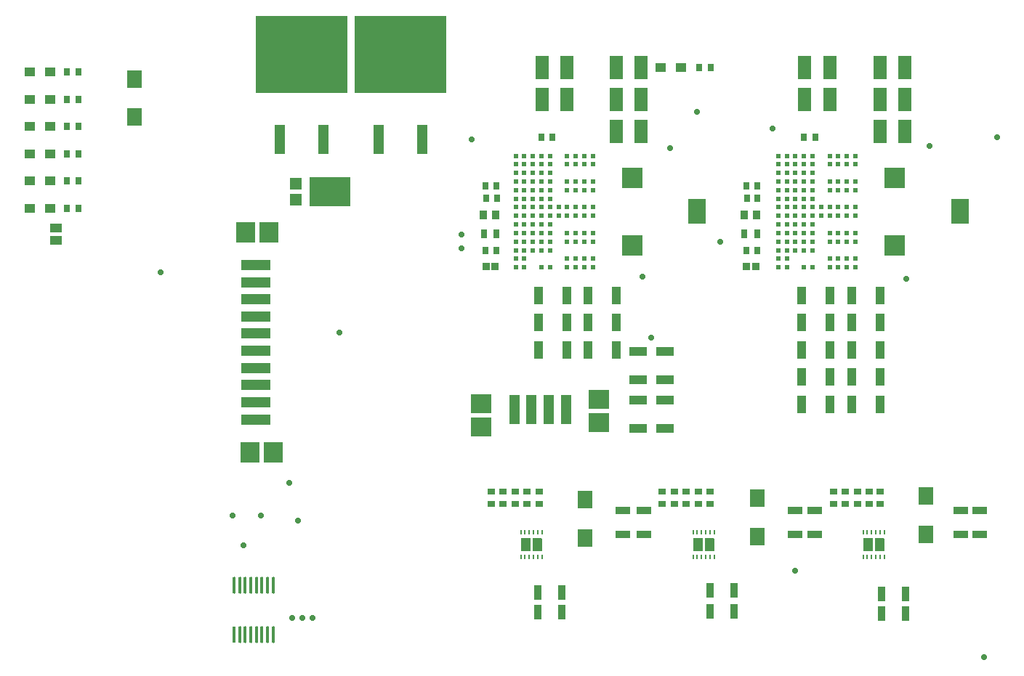
<source format=gbr>
%TF.GenerationSoftware,Altium Limited,Altium Designer,23.5.1 (21)*%
G04 Layer_Color=8421504*
%FSLAX45Y45*%
%MOMM*%
%TF.SameCoordinates,7A350176-D2D4-4FA0-928D-7306E9DA7793*%
%TF.FilePolarity,Positive*%
%TF.FileFunction,Paste,Top*%
%TF.Part,Single*%
G01*
G75*
%TA.AperFunction,SMDPad,CuDef*%
%ADD10R,0.25000X0.53000*%
%ADD12C,0.71120*%
%ADD13R,1.25000X3.50000*%
%ADD14R,0.42077X1.95543*%
G04:AMPARAMS|DCode=15|XSize=1.95543mm|YSize=0.42077mm|CornerRadius=0.21038mm|HoleSize=0mm|Usage=FLASHONLY|Rotation=90.000|XOffset=0mm|YOffset=0mm|HoleType=Round|Shape=RoundedRectangle|*
%AMROUNDEDRECTD15*
21,1,1.95543,0.00000,0,0,90.0*
21,1,1.53467,0.42077,0,0,90.0*
1,1,0.42077,0.00000,0.76733*
1,1,0.42077,0.00000,-0.76733*
1,1,0.42077,0.00000,-0.76733*
1,1,0.42077,0.00000,0.76733*
%
%ADD15ROUNDEDRECTD15*%
%ADD16R,0.70000X0.90000*%
%ADD17R,1.25000X1.10000*%
%ADD18R,0.93108X0.81213*%
%ADD19R,0.80000X0.95000*%
%ADD20R,0.80000X1.00000*%
%ADD21R,0.95000X1.05000*%
%ADD22R,0.75000X0.85000*%
%ADD23R,1.50273X2.80415*%
%ADD24R,2.05000X1.10000*%
%ADD25R,1.10000X2.05000*%
%ADD26R,2.40000X2.40000*%
%ADD27R,2.00000X2.90000*%
%TA.AperFunction,BGAPad,CuDef*%
%ADD28R,0.55000X0.55000*%
%TA.AperFunction,SMDPad,CuDef*%
%ADD29R,1.70000X0.95000*%
%ADD30R,3.50000X1.25000*%
%ADD31R,1.25700X3.42900*%
%ADD32R,10.66800X9.01700*%
%ADD33R,1.80000X2.00000*%
%ADD34R,1.40000X1.10000*%
%TA.AperFunction,TestPad*%
%ADD35R,1.40000X1.39000*%
%TA.AperFunction,SMDPad,CuDef*%
%ADD36R,0.90000X0.70000*%
%ADD37R,0.95000X1.70000*%
%ADD38R,1.40000X1.39000*%
%ADD39R,4.86000X3.36000*%
%ADD40R,1.80000X2.10000*%
%TA.AperFunction,NonConductor*%
%ADD144R,2.45000X2.28000*%
%ADD145R,2.45000X2.28000*%
%ADD146R,2.28000X2.45000*%
G36*
X12456984Y7583105D02*
X12457950Y7583200D01*
X12558050D01*
X12559016Y7583105D01*
X12559944Y7582823D01*
X12560800Y7582366D01*
X12561550Y7581750D01*
X12562166Y7581000D01*
X12562623Y7580144D01*
X12562905Y7579216D01*
X12563000Y7578250D01*
Y7433150D01*
X12562905Y7432184D01*
X12562623Y7431256D01*
X12562166Y7430400D01*
X12561550Y7429650D01*
X12560800Y7429034D01*
X12559944Y7428577D01*
X12559016Y7428295D01*
X12558050Y7428200D01*
X12457950D01*
X12456984Y7428295D01*
X12456056Y7428577D01*
X12455200Y7429034D01*
X12454450Y7429650D01*
X12453834Y7430400D01*
X12453377Y7431256D01*
X12453095Y7432184D01*
X12453000Y7433150D01*
Y7578250D01*
X12453095Y7579216D01*
X12453377Y7580144D01*
X12453834Y7581000D01*
X12454450Y7581750D01*
X12455200Y7582366D01*
X12456056Y7582823D01*
X12456984Y7583105D01*
D02*
G37*
G36*
X12586984D02*
X12587950Y7583200D01*
X12688050D01*
X12689016Y7583105D01*
X12689944Y7582823D01*
X12690800Y7582366D01*
X12691550Y7581750D01*
X12692166Y7581000D01*
X12692623Y7580144D01*
X12692905Y7579216D01*
X12693000Y7578250D01*
Y7433150D01*
X12692905Y7432184D01*
X12692623Y7431256D01*
X12692166Y7430400D01*
X12691550Y7429650D01*
X12690800Y7429034D01*
X12689944Y7428577D01*
X12689016Y7428295D01*
X12688050Y7428200D01*
X12587950D01*
X12586984Y7428295D01*
X12586056Y7428577D01*
X12585200Y7429034D01*
X12584450Y7429650D01*
X12583834Y7430400D01*
X12583377Y7431256D01*
X12583095Y7432184D01*
X12583000Y7433150D01*
Y7578250D01*
X12583095Y7579216D01*
X12583377Y7580144D01*
X12583834Y7581000D01*
X12584450Y7581750D01*
X12585200Y7582366D01*
X12586056Y7582823D01*
X12586984Y7583105D01*
D02*
G37*
G36*
X14463583D02*
X14464549Y7583200D01*
X14564650D01*
X14565616Y7583105D01*
X14566544Y7582823D01*
X14567400Y7582366D01*
X14568150Y7581750D01*
X14568765Y7581000D01*
X14569223Y7580144D01*
X14569505Y7579216D01*
X14569600Y7578250D01*
Y7433150D01*
X14569505Y7432184D01*
X14569223Y7431256D01*
X14568765Y7430400D01*
X14568150Y7429650D01*
X14567400Y7429034D01*
X14566544Y7428577D01*
X14565616Y7428295D01*
X14564650Y7428200D01*
X14464549D01*
X14463583Y7428295D01*
X14462656Y7428577D01*
X14461800Y7429034D01*
X14461050Y7429650D01*
X14460434Y7430400D01*
X14459978Y7431256D01*
X14459695Y7432184D01*
X14459599Y7433150D01*
Y7578250D01*
X14459695Y7579216D01*
X14459978Y7580144D01*
X14460434Y7581000D01*
X14461050Y7581750D01*
X14461800Y7582366D01*
X14462656Y7582823D01*
X14463583Y7583105D01*
D02*
G37*
G36*
X14593584D02*
X14594550Y7583200D01*
X14694650D01*
X14695616Y7583105D01*
X14696544Y7582823D01*
X14697400Y7582366D01*
X14698151Y7581750D01*
X14698766Y7581000D01*
X14699223Y7580144D01*
X14699506Y7579216D01*
X14699600Y7578250D01*
Y7433150D01*
X14699506Y7432184D01*
X14699223Y7431256D01*
X14698766Y7430400D01*
X14698151Y7429650D01*
X14697400Y7429034D01*
X14696544Y7428577D01*
X14695616Y7428295D01*
X14694650Y7428200D01*
X14594550D01*
X14593584Y7428295D01*
X14592656Y7428577D01*
X14591800Y7429034D01*
X14591051Y7429650D01*
X14590434Y7430400D01*
X14589977Y7431256D01*
X14589696Y7432184D01*
X14589600Y7433150D01*
Y7578250D01*
X14589696Y7579216D01*
X14589977Y7580144D01*
X14590434Y7581000D01*
X14591051Y7581750D01*
X14591800Y7582366D01*
X14592656Y7582823D01*
X14593584Y7583105D01*
D02*
G37*
G36*
X16444785D02*
X16445750Y7583200D01*
X16545850D01*
X16546815Y7583105D01*
X16547745Y7582823D01*
X16548599Y7582366D01*
X16549350Y7581750D01*
X16549966Y7581000D01*
X16550423Y7580144D01*
X16550705Y7579216D01*
X16550800Y7578250D01*
Y7433150D01*
X16550705Y7432184D01*
X16550423Y7431256D01*
X16549966Y7430400D01*
X16549350Y7429650D01*
X16548599Y7429034D01*
X16547745Y7428577D01*
X16546815Y7428295D01*
X16545850Y7428200D01*
X16445750D01*
X16444785Y7428295D01*
X16443855Y7428577D01*
X16442999Y7429034D01*
X16442250Y7429650D01*
X16441634Y7430400D01*
X16441177Y7431256D01*
X16440895Y7432184D01*
X16440800Y7433150D01*
Y7578250D01*
X16440895Y7579216D01*
X16441177Y7580144D01*
X16441634Y7581000D01*
X16442250Y7581750D01*
X16442999Y7582366D01*
X16443855Y7582823D01*
X16444785Y7583105D01*
D02*
G37*
G36*
X16574783D02*
X16575751Y7583200D01*
X16675850D01*
X16676816Y7583105D01*
X16677744Y7582823D01*
X16678600Y7582366D01*
X16679350Y7581750D01*
X16679967Y7581000D01*
X16680423Y7580144D01*
X16680705Y7579216D01*
X16680800Y7578250D01*
Y7433150D01*
X16680705Y7432184D01*
X16680423Y7431256D01*
X16679967Y7430400D01*
X16679350Y7429650D01*
X16678600Y7429034D01*
X16677744Y7428577D01*
X16676816Y7428295D01*
X16675850Y7428200D01*
X16575751D01*
X16574783Y7428295D01*
X16573856Y7428577D01*
X16573000Y7429034D01*
X16572250Y7429650D01*
X16571634Y7430400D01*
X16571178Y7431256D01*
X16570895Y7432184D01*
X16570799Y7433150D01*
Y7578250D01*
X16570895Y7579216D01*
X16571178Y7580144D01*
X16571634Y7581000D01*
X16572250Y7581750D01*
X16573000Y7582366D01*
X16573856Y7582823D01*
X16574783Y7583105D01*
D02*
G37*
D10*
X16685800Y7649200D02*
D03*
X16635800D02*
D03*
X16585800D02*
D03*
X16535800D02*
D03*
X16485800D02*
D03*
X16435800D02*
D03*
Y7362200D02*
D03*
X16485800D02*
D03*
X16535800D02*
D03*
X16585800D02*
D03*
X16635800D02*
D03*
X16685800D02*
D03*
X14704601D02*
D03*
X14654601D02*
D03*
X14604601D02*
D03*
X14554601D02*
D03*
X14504601D02*
D03*
X14454601D02*
D03*
Y7649200D02*
D03*
X14504601D02*
D03*
X14554601D02*
D03*
X14604601D02*
D03*
X14654601D02*
D03*
X14704601D02*
D03*
X12698000D02*
D03*
X12648000D02*
D03*
X12598000D02*
D03*
X12548000D02*
D03*
X12498000D02*
D03*
X12448000D02*
D03*
Y7362200D02*
D03*
X12498000D02*
D03*
X12548000D02*
D03*
X12598000D02*
D03*
X12648000D02*
D03*
X12698000D02*
D03*
D12*
X17995900Y12255500D02*
D03*
X15646400Y7200900D02*
D03*
X13970000Y9918700D02*
D03*
X13868401Y10629900D02*
D03*
X16941800Y10604500D02*
D03*
X17208501Y12153900D02*
D03*
X14185899Y12128500D02*
D03*
X11874500Y12230100D02*
D03*
X11760200Y10960100D02*
D03*
Y11125200D02*
D03*
X14770100Y11039500D02*
D03*
X15379700Y12357100D02*
D03*
X14503400Y12556481D02*
D03*
X8255000Y10680700D02*
D03*
X9753600Y8223250D02*
D03*
X9855200Y7785100D02*
D03*
X9422648Y7848600D02*
D03*
X9093200D02*
D03*
X9218700Y7500968D02*
D03*
X10023725Y6654800D02*
D03*
X9906000D02*
D03*
X9788275D02*
D03*
X17843500Y6197600D02*
D03*
X10337800Y9982200D02*
D03*
D13*
X12973000Y9083900D02*
D03*
X12773000D02*
D03*
X12573000D02*
D03*
X12373000D02*
D03*
D14*
X9107000Y6456162D02*
D03*
D15*
X9172000D02*
D03*
X9237000D02*
D03*
X9302000D02*
D03*
X9367000D02*
D03*
X9432000D02*
D03*
X9497000D02*
D03*
X9562000D02*
D03*
Y7031238D02*
D03*
X9497000D02*
D03*
X9432000D02*
D03*
X9367000D02*
D03*
X9302000D02*
D03*
X9237000D02*
D03*
X9172000D02*
D03*
X9107000D02*
D03*
D16*
X14522301Y13068300D02*
D03*
X14662300D02*
D03*
X7156303Y13017500D02*
D03*
X7296302D02*
D03*
X7156303Y12700000D02*
D03*
X7296302D02*
D03*
X7156303Y12382500D02*
D03*
X7296302D02*
D03*
X7156303Y12065000D02*
D03*
X7296302D02*
D03*
X7156303Y11747500D02*
D03*
X7296302D02*
D03*
X7156303Y11430000D02*
D03*
X7296302D02*
D03*
D17*
X14316100Y13068300D02*
D03*
X14081100D02*
D03*
X6962800Y13017500D02*
D03*
X6727800D02*
D03*
X6962800Y12700000D02*
D03*
X6727800D02*
D03*
X6962800Y12382500D02*
D03*
X6727800D02*
D03*
X6962800Y12065000D02*
D03*
X6727800D02*
D03*
X6962800Y11747500D02*
D03*
X6727800D02*
D03*
X6962800Y11430000D02*
D03*
X6727800D02*
D03*
D18*
X12042501Y10749975D02*
D03*
X12150606D02*
D03*
X15079675D02*
D03*
X15187781D02*
D03*
D19*
X12167000Y10935200D02*
D03*
X12037000D02*
D03*
Y11692526D02*
D03*
X12167000D02*
D03*
X15204175D02*
D03*
X15074174D02*
D03*
X15204175Y10935200D02*
D03*
X15074174D02*
D03*
X12688900Y12256000D02*
D03*
X12818900D02*
D03*
X15746899D02*
D03*
X15876900D02*
D03*
D20*
X12017000Y11127926D02*
D03*
X12167000D02*
D03*
X15054175D02*
D03*
X15204175D02*
D03*
D21*
X12014500Y11350651D02*
D03*
X12159500D02*
D03*
X15051674D02*
D03*
X15196674D02*
D03*
D22*
X12044500Y11544800D02*
D03*
X12169500D02*
D03*
X15081674D02*
D03*
X15206674D02*
D03*
D23*
X16632326Y12327488D02*
D03*
X16922365D02*
D03*
X16632326Y12696966D02*
D03*
X16922365D02*
D03*
X16632326Y13066444D02*
D03*
X16922365D02*
D03*
X16046899Y13066444D02*
D03*
X15756860D02*
D03*
X16046899Y12696966D02*
D03*
X15756860D02*
D03*
X13558450Y12328159D02*
D03*
X13848489D02*
D03*
X13558450Y13067030D02*
D03*
X13848489D02*
D03*
X13558450Y12697595D02*
D03*
X13848489D02*
D03*
X12988899Y13067030D02*
D03*
X12698860D02*
D03*
X12988899Y12697595D02*
D03*
X12698860D02*
D03*
D24*
X14129520Y9428611D02*
D03*
Y9758611D02*
D03*
X13812019Y9428611D02*
D03*
Y9758611D02*
D03*
X14129520Y9189060D02*
D03*
Y8859060D02*
D03*
X13812019Y9189060D02*
D03*
Y8859060D02*
D03*
D25*
X13228452Y9779500D02*
D03*
X13558450D02*
D03*
X13228452Y10097000D02*
D03*
X13558450D02*
D03*
X13228452Y10414500D02*
D03*
X13558450D02*
D03*
X16302325Y9144500D02*
D03*
X16632326D02*
D03*
X16302325Y9462000D02*
D03*
X16632326D02*
D03*
X16302325Y9779500D02*
D03*
X16632326D02*
D03*
X16302325Y10097000D02*
D03*
X16632326D02*
D03*
X16302325Y10414500D02*
D03*
X16632326D02*
D03*
X16046899Y9144500D02*
D03*
X15716901D02*
D03*
X16046899Y9462000D02*
D03*
X15716901D02*
D03*
X16046899Y9779500D02*
D03*
X15716901D02*
D03*
X16046899Y10097000D02*
D03*
X15716901D02*
D03*
X16046899Y10414500D02*
D03*
X15716901D02*
D03*
X12988901Y9779500D02*
D03*
X12658900D02*
D03*
X12988901Y10097000D02*
D03*
X12658900D02*
D03*
X12988901Y10414500D02*
D03*
X12658900D02*
D03*
D26*
X13743500Y10998700D02*
D03*
Y11778700D02*
D03*
X16804700D02*
D03*
Y10998700D02*
D03*
D27*
X14503500Y11388700D02*
D03*
X17564700D02*
D03*
D28*
X16346899Y12039500D02*
D03*
Y11939500D02*
D03*
Y11739500D02*
D03*
Y11639500D02*
D03*
Y11439500D02*
D03*
Y11339500D02*
D03*
Y11139500D02*
D03*
Y11039500D02*
D03*
Y10839500D02*
D03*
Y10739500D02*
D03*
X16246899Y12039500D02*
D03*
Y11939500D02*
D03*
Y11739500D02*
D03*
Y11639500D02*
D03*
Y11439500D02*
D03*
Y11339500D02*
D03*
Y11139500D02*
D03*
Y11039500D02*
D03*
Y10839500D02*
D03*
Y10739500D02*
D03*
X16146899Y12039500D02*
D03*
Y11939500D02*
D03*
Y11739500D02*
D03*
Y11639500D02*
D03*
Y11439500D02*
D03*
Y11339500D02*
D03*
Y11139500D02*
D03*
Y11039500D02*
D03*
Y10839500D02*
D03*
Y10739500D02*
D03*
X16046899Y12039500D02*
D03*
Y11939500D02*
D03*
Y11739500D02*
D03*
Y11639500D02*
D03*
Y11439500D02*
D03*
Y11339500D02*
D03*
Y11139500D02*
D03*
Y11039500D02*
D03*
Y10839500D02*
D03*
Y10739500D02*
D03*
X15946899Y11439500D02*
D03*
Y11339500D02*
D03*
X15846899Y12039500D02*
D03*
Y11939500D02*
D03*
Y11839500D02*
D03*
Y11739500D02*
D03*
Y11639500D02*
D03*
Y11539500D02*
D03*
Y11439500D02*
D03*
Y11339500D02*
D03*
Y11239500D02*
D03*
Y11139500D02*
D03*
Y11039500D02*
D03*
Y10939500D02*
D03*
Y10739500D02*
D03*
X15746899Y12039500D02*
D03*
Y11939500D02*
D03*
Y11839500D02*
D03*
Y11739500D02*
D03*
Y11639500D02*
D03*
Y11539500D02*
D03*
Y11439500D02*
D03*
Y11339500D02*
D03*
Y11239500D02*
D03*
Y11139500D02*
D03*
Y11039500D02*
D03*
Y10939500D02*
D03*
Y10739500D02*
D03*
X15646899Y12039500D02*
D03*
Y11939500D02*
D03*
Y11839500D02*
D03*
Y11739500D02*
D03*
Y11639500D02*
D03*
Y11539500D02*
D03*
Y11439500D02*
D03*
Y11339500D02*
D03*
Y11239500D02*
D03*
Y11139500D02*
D03*
Y11039500D02*
D03*
Y10939500D02*
D03*
X15546899Y12039500D02*
D03*
Y11939500D02*
D03*
Y11839500D02*
D03*
Y11739500D02*
D03*
Y11639500D02*
D03*
Y11539500D02*
D03*
Y11439500D02*
D03*
Y11339500D02*
D03*
Y11239500D02*
D03*
Y11139500D02*
D03*
Y11039500D02*
D03*
Y10939500D02*
D03*
Y10839500D02*
D03*
Y10739500D02*
D03*
X15446899Y12039500D02*
D03*
Y11939500D02*
D03*
Y11839500D02*
D03*
Y11739500D02*
D03*
Y11639500D02*
D03*
Y11539500D02*
D03*
Y11439500D02*
D03*
Y11339500D02*
D03*
Y11239500D02*
D03*
Y11139500D02*
D03*
Y11039500D02*
D03*
Y10939500D02*
D03*
Y10839500D02*
D03*
Y10739500D02*
D03*
X13288901Y12039500D02*
D03*
Y11939500D02*
D03*
Y11739500D02*
D03*
Y11639500D02*
D03*
Y11439500D02*
D03*
Y11339500D02*
D03*
Y11139500D02*
D03*
Y11039500D02*
D03*
Y10839500D02*
D03*
Y10739500D02*
D03*
X13188901Y12039500D02*
D03*
Y11939500D02*
D03*
Y11739500D02*
D03*
Y11639500D02*
D03*
Y11439500D02*
D03*
Y11339500D02*
D03*
Y11139500D02*
D03*
Y11039500D02*
D03*
Y10839500D02*
D03*
Y10739500D02*
D03*
X13088901Y12039500D02*
D03*
Y11939500D02*
D03*
Y11739500D02*
D03*
Y11639500D02*
D03*
Y11439500D02*
D03*
Y11339500D02*
D03*
Y11139500D02*
D03*
Y11039500D02*
D03*
Y10839500D02*
D03*
Y10739500D02*
D03*
X12988901Y12039500D02*
D03*
Y11939500D02*
D03*
Y11739500D02*
D03*
Y11639500D02*
D03*
Y11439500D02*
D03*
Y11339500D02*
D03*
Y11139500D02*
D03*
Y11039500D02*
D03*
Y10839500D02*
D03*
Y10739500D02*
D03*
X12888901Y11439500D02*
D03*
Y11339500D02*
D03*
X12788900Y12039500D02*
D03*
Y11939500D02*
D03*
Y11839500D02*
D03*
Y11739500D02*
D03*
Y11639500D02*
D03*
Y11539500D02*
D03*
Y11439500D02*
D03*
Y11339500D02*
D03*
Y11239500D02*
D03*
Y11139500D02*
D03*
Y11039500D02*
D03*
Y10939500D02*
D03*
Y10739500D02*
D03*
X12688900Y12039500D02*
D03*
Y11939500D02*
D03*
Y11839500D02*
D03*
Y11739500D02*
D03*
Y11639500D02*
D03*
Y11539500D02*
D03*
Y11439500D02*
D03*
Y11339500D02*
D03*
Y11239500D02*
D03*
Y11139500D02*
D03*
Y11039500D02*
D03*
Y10939500D02*
D03*
Y10739500D02*
D03*
X12588900Y12039500D02*
D03*
Y11939500D02*
D03*
Y11839500D02*
D03*
Y11739500D02*
D03*
Y11639500D02*
D03*
Y11539500D02*
D03*
Y11439500D02*
D03*
Y11339500D02*
D03*
Y11239500D02*
D03*
Y11139500D02*
D03*
Y11039500D02*
D03*
Y10939500D02*
D03*
X12488900Y12039500D02*
D03*
Y11939500D02*
D03*
Y11839500D02*
D03*
Y11739500D02*
D03*
Y11639500D02*
D03*
Y11539500D02*
D03*
Y11439500D02*
D03*
Y11339500D02*
D03*
Y11239500D02*
D03*
Y11139500D02*
D03*
Y11039500D02*
D03*
Y10939500D02*
D03*
Y10839500D02*
D03*
Y10739500D02*
D03*
X12388900Y12039500D02*
D03*
Y11939500D02*
D03*
Y11839500D02*
D03*
Y11739500D02*
D03*
Y11639500D02*
D03*
Y11539500D02*
D03*
Y11439500D02*
D03*
Y11339500D02*
D03*
Y11239500D02*
D03*
Y11139500D02*
D03*
Y11039500D02*
D03*
Y10939500D02*
D03*
Y10839500D02*
D03*
Y10739500D02*
D03*
D29*
X17578127Y7622715D02*
D03*
Y7902715D02*
D03*
X17794026Y7622715D02*
D03*
Y7902715D02*
D03*
X13881100D02*
D03*
Y7622715D02*
D03*
X13639799Y7902715D02*
D03*
Y7622715D02*
D03*
X15875000D02*
D03*
Y7902715D02*
D03*
X15646400Y7622715D02*
D03*
Y7902715D02*
D03*
D30*
X9359900Y8966400D02*
D03*
Y9166400D02*
D03*
Y9366400D02*
D03*
Y9566400D02*
D03*
Y9766400D02*
D03*
Y9966400D02*
D03*
Y10166400D02*
D03*
Y10366400D02*
D03*
Y10566400D02*
D03*
Y10766400D02*
D03*
D31*
X10795000Y12230100D02*
D03*
X11303000D02*
D03*
X9639300D02*
D03*
X10147300D02*
D03*
D32*
X11049000Y13220700D02*
D03*
X9893300D02*
D03*
D33*
X17170399Y8073600D02*
D03*
Y7623600D02*
D03*
X15201900Y8048200D02*
D03*
Y7598200D02*
D03*
X13195300Y8035500D02*
D03*
Y7585500D02*
D03*
D34*
X7035800Y11050200D02*
D03*
Y11200200D02*
D03*
D35*
X9829800Y11531600D02*
D03*
D36*
X12382500Y7981798D02*
D03*
Y8121797D02*
D03*
X12522200D02*
D03*
Y7981798D02*
D03*
X12661900Y8121797D02*
D03*
Y7981798D02*
D03*
X12242800D02*
D03*
Y8121797D02*
D03*
X12103100D02*
D03*
Y7981798D02*
D03*
X14655800D02*
D03*
Y8121797D02*
D03*
X14516100Y7981798D02*
D03*
Y8121797D02*
D03*
X14376401D02*
D03*
Y7981798D02*
D03*
X14236700Y8121797D02*
D03*
Y7981798D02*
D03*
X14097000D02*
D03*
Y8121797D02*
D03*
X16090900Y8121802D02*
D03*
Y7981798D02*
D03*
X16230600D02*
D03*
Y8121797D02*
D03*
X16510001Y8121802D02*
D03*
Y7981798D02*
D03*
X16370300D02*
D03*
Y8121797D02*
D03*
X16637000Y8121802D02*
D03*
Y7981798D02*
D03*
D37*
X12928900Y6718300D02*
D03*
X12648901D02*
D03*
X12928900Y6946900D02*
D03*
X12648901D02*
D03*
X14655499Y6972300D02*
D03*
X14935500D02*
D03*
X14655499Y6731000D02*
D03*
X14935500D02*
D03*
X16929401Y6934200D02*
D03*
X16649400D02*
D03*
X16929401Y6705600D02*
D03*
X16649400D02*
D03*
D38*
X9829800Y11715598D02*
D03*
D39*
X10228001Y11623599D02*
D03*
D40*
X7950200Y12932700D02*
D03*
Y12492700D02*
D03*
D144*
X13358000Y9197900D02*
D03*
Y8929900D02*
D03*
X11988000Y8879900D02*
D03*
D145*
Y9147900D02*
D03*
D146*
X9513900Y11151400D02*
D03*
X9245900D02*
D03*
X9563899Y8581401D02*
D03*
X9295900Y8581401D02*
D03*
%TF.MD5,c23376d75fe8eab04c71cc61528dd609*%
M02*

</source>
